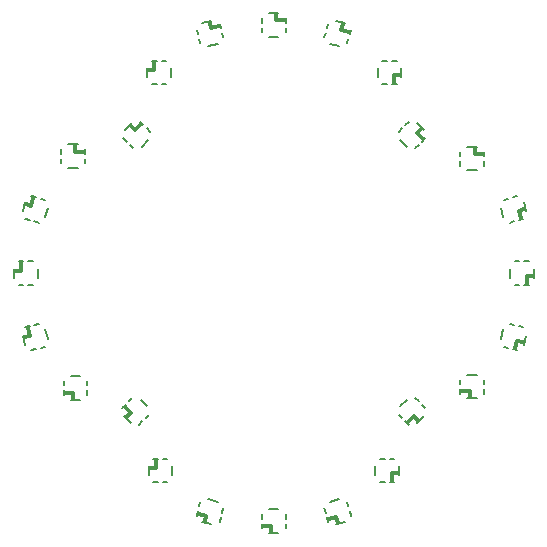
<source format=gbr>
%TF.GenerationSoftware,KiCad,Pcbnew,7.0.6*%
%TF.CreationDate,2023-08-09T16:46:24+09:30*%
%TF.ProjectId,interior-lighting,696e7465-7269-46f7-922d-6c6967687469,V1.0*%
%TF.SameCoordinates,Original*%
%TF.FileFunction,Legend,Top*%
%TF.FilePolarity,Positive*%
%FSLAX46Y46*%
G04 Gerber Fmt 4.6, Leading zero omitted, Abs format (unit mm)*
G04 Created by KiCad (PCBNEW 7.0.6) date 2023-08-09 16:46:24*
%MOMM*%
%LPD*%
G01*
G04 APERTURE LIST*
%ADD10C,0.150000*%
%ADD11C,0.350000*%
G04 APERTURE END LIST*
D10*
%TO.C,U17*%
X84200000Y-109900000D02*
X84200000Y-110300000D01*
X84200000Y-109100000D02*
X84200000Y-109500000D01*
X83600000Y-110700000D02*
X82800000Y-110700000D01*
D11*
X83000000Y-110100000D02*
X83000000Y-110600000D01*
D10*
X82800000Y-108700000D02*
X83600000Y-108700000D01*
D11*
X82300000Y-110100000D02*
X83000000Y-110100000D01*
D10*
X82200000Y-110300000D02*
X82200000Y-109900000D01*
X82200000Y-109500000D02*
X82200000Y-109100000D01*
%TO.C,U4*%
X111134315Y-87451472D02*
X111417157Y-87168629D01*
X110568629Y-88017157D02*
X110851472Y-87734315D01*
X112124264Y-87310051D02*
X112689949Y-87875736D01*
D11*
X112124264Y-88158579D02*
X112477817Y-87805025D01*
D10*
X111275736Y-89289949D02*
X110710051Y-88724264D01*
D11*
X112619239Y-88653553D02*
X112124264Y-88158579D01*
D10*
X112831371Y-88582843D02*
X112548528Y-88865685D01*
X112265685Y-89148528D02*
X111982843Y-89431371D01*
%TO.C,U6*%
X120234366Y-93582310D02*
X120620736Y-93478783D01*
X119461625Y-93789366D02*
X119847996Y-93685838D01*
X121162398Y-93954811D02*
X121369453Y-94727551D01*
D11*
X120738134Y-94689658D02*
X121221097Y-94560248D01*
D10*
X119437602Y-95245189D02*
X119230547Y-94472449D01*
D11*
X120919307Y-95365806D02*
X120738134Y-94689658D01*
D10*
X121138375Y-95410634D02*
X120752004Y-95514162D01*
X120365634Y-95617690D02*
X119979264Y-95721217D01*
%TO.C,U7*%
X121200000Y-99000000D02*
X121600000Y-99000000D01*
X120400000Y-99000000D02*
X120800000Y-99000000D01*
X122000000Y-99600000D02*
X122000000Y-100400000D01*
D11*
X121400000Y-100200000D02*
X121900000Y-100200000D01*
D10*
X120000000Y-100400000D02*
X120000000Y-99600000D01*
D11*
X121400000Y-100900000D02*
X121400000Y-100200000D01*
D10*
X121600000Y-101000000D02*
X121200000Y-101000000D01*
X120800000Y-101000000D02*
X120400000Y-101000000D01*
%TO.C,U22*%
X87551472Y-88865685D02*
X87268629Y-88582843D01*
X88117157Y-89431371D02*
X87834315Y-89148528D01*
X87410051Y-87875736D02*
X87975736Y-87310051D01*
D11*
X88258579Y-87875736D02*
X87905025Y-87522183D01*
D10*
X89389949Y-88724264D02*
X88824264Y-89289949D01*
D11*
X88753553Y-87380761D02*
X88258579Y-87875736D01*
D10*
X88682843Y-87168629D02*
X88965685Y-87451472D01*
X89248528Y-87734315D02*
X89531371Y-88017157D01*
%TO.C,U19*%
X78800000Y-101000000D02*
X78400000Y-101000000D01*
X79600000Y-101000000D02*
X79200000Y-101000000D01*
X78000000Y-100400000D02*
X78000000Y-99600000D01*
D11*
X78600000Y-99800000D02*
X78100000Y-99800000D01*
D10*
X80000000Y-99600000D02*
X80000000Y-100400000D01*
D11*
X78600000Y-99100000D02*
X78600000Y-99800000D01*
D10*
X78400000Y-99000000D02*
X78800000Y-99000000D01*
X79200000Y-99000000D02*
X79600000Y-99000000D01*
%TO.C,U20*%
X79347996Y-95514162D02*
X78961625Y-95410634D01*
X80120736Y-95721217D02*
X79734366Y-95617690D01*
X78730547Y-94727551D02*
X78937602Y-93954811D01*
D11*
X79465393Y-94303287D02*
X78982431Y-94173878D01*
D10*
X80869453Y-94472449D02*
X80662398Y-95245189D01*
D11*
X79646567Y-93627139D02*
X79465393Y-94303287D01*
D10*
X79479264Y-93478783D02*
X79865634Y-93582310D01*
X80252004Y-93685838D02*
X80638375Y-93789366D01*
%TO.C,U1*%
X99000000Y-78800000D02*
X99000000Y-78400000D01*
X99000000Y-79600000D02*
X99000000Y-79200000D01*
X99600000Y-78000000D02*
X100400000Y-78000000D01*
D11*
X100200000Y-78600000D02*
X100200000Y-78100000D01*
D10*
X100400000Y-80000000D02*
X99600000Y-80000000D01*
D11*
X100900000Y-78600000D02*
X100200000Y-78600000D01*
D10*
X101000000Y-78400000D02*
X101000000Y-78800000D01*
X101000000Y-79200000D02*
X101000000Y-79600000D01*
%TO.C,U15*%
X90200000Y-117700000D02*
X89800000Y-117700000D01*
X91000000Y-117700000D02*
X90600000Y-117700000D01*
X89400000Y-117100000D02*
X89400000Y-116300000D01*
D11*
X90000000Y-116500000D02*
X89500000Y-116500000D01*
D10*
X91400000Y-116300000D02*
X91400000Y-117100000D01*
D11*
X90000000Y-115800000D02*
X90000000Y-116500000D01*
D10*
X89800000Y-115700000D02*
X90200000Y-115700000D01*
X90600000Y-115700000D02*
X91000000Y-115700000D01*
%TO.C,U18*%
X79734366Y-104382310D02*
X80120736Y-104278783D01*
X78961625Y-104589366D02*
X79347996Y-104485838D01*
D11*
X79180693Y-104634194D02*
X79361866Y-105310342D01*
D10*
X80662398Y-104754811D02*
X80869453Y-105527551D01*
D11*
X79361866Y-105310342D02*
X78878903Y-105439752D01*
D10*
X78937602Y-106045189D02*
X78730547Y-105272449D01*
X80638375Y-106210634D02*
X80252004Y-106314162D01*
X79865634Y-106417690D02*
X79479264Y-106521217D01*
%TO.C,U10*%
X112548528Y-111134315D02*
X112831371Y-111417157D01*
X111982843Y-110568629D02*
X112265685Y-110851472D01*
X112689949Y-112124264D02*
X112124264Y-112689949D01*
D11*
X111841421Y-112124264D02*
X112194975Y-112477817D01*
D10*
X110710051Y-111275736D02*
X111275736Y-110710051D01*
D11*
X111346447Y-112619239D02*
X111841421Y-112124264D01*
D10*
X111417157Y-112831371D02*
X111134315Y-112548528D01*
X110851472Y-112265685D02*
X110568629Y-111982843D01*
%TO.C,U13*%
X101000000Y-121200000D02*
X101000000Y-121600000D01*
X101000000Y-120400000D02*
X101000000Y-120800000D01*
X100400000Y-122000000D02*
X99600000Y-122000000D01*
D11*
X99800000Y-121400000D02*
X99800000Y-121900000D01*
D10*
X99600000Y-120000000D02*
X100400000Y-120000000D01*
D11*
X99100000Y-121400000D02*
X99800000Y-121400000D01*
D10*
X99000000Y-121600000D02*
X99000000Y-121200000D01*
X99000000Y-120800000D02*
X99000000Y-120400000D01*
%TO.C,U8*%
X120752004Y-104485838D02*
X121138375Y-104589366D01*
X119979264Y-104278783D02*
X120365634Y-104382310D01*
X121369453Y-105272449D02*
X121162398Y-106045189D01*
D11*
X120634607Y-105696713D02*
X121117569Y-105826122D01*
D10*
X119230547Y-105527551D02*
X119437602Y-104754811D01*
D11*
X120453433Y-106372861D02*
X120634607Y-105696713D01*
D10*
X120620736Y-106521217D02*
X120234366Y-106417690D01*
X119847996Y-106314162D02*
X119461625Y-106210634D01*
%TO.C,U3*%
X110000000Y-82000000D02*
X110400000Y-82000000D01*
X109200000Y-82000000D02*
X109600000Y-82000000D01*
X110800000Y-82600000D02*
X110800000Y-83400000D01*
D11*
X110200000Y-83200000D02*
X110700000Y-83200000D01*
D10*
X108800000Y-83400000D02*
X108800000Y-82600000D01*
D11*
X110200000Y-83900000D02*
X110200000Y-83200000D01*
D10*
X110400000Y-84000000D02*
X110000000Y-84000000D01*
X109600000Y-84000000D02*
X109200000Y-84000000D01*
%TO.C,U21*%
X82000000Y-89900000D02*
X82000000Y-89500000D01*
X82000000Y-90700000D02*
X82000000Y-90300000D01*
X82600000Y-89100000D02*
X83400000Y-89100000D01*
D11*
X83200000Y-89700000D02*
X83200000Y-89200000D01*
D10*
X83400000Y-91100000D02*
X82600000Y-91100000D01*
D11*
X83900000Y-89700000D02*
X83200000Y-89700000D01*
D10*
X84000000Y-89500000D02*
X84000000Y-89900000D01*
X84000000Y-90300000D02*
X84000000Y-90700000D01*
%TO.C,U2*%
X104485838Y-79247996D02*
X104589366Y-78861625D01*
X104278783Y-80020736D02*
X104382310Y-79634366D01*
X105272449Y-78630547D02*
X106045189Y-78837602D01*
D11*
X105696713Y-79365393D02*
X105826122Y-78882431D01*
D10*
X105527551Y-80769453D02*
X104754811Y-80562398D01*
D11*
X106372861Y-79546567D02*
X105696713Y-79365393D01*
D10*
X106521217Y-79379264D02*
X106417690Y-79765634D01*
X106314162Y-80152004D02*
X106210634Y-80538375D01*
%TO.C,U12*%
X106417690Y-120134366D02*
X106521217Y-120520736D01*
X106210634Y-119361625D02*
X106314162Y-119747996D01*
X106045189Y-121062398D02*
X105272449Y-121269453D01*
D11*
X105310342Y-120638134D02*
X105439752Y-121121097D01*
D10*
X104754811Y-119337602D02*
X105527551Y-119130547D01*
D11*
X104634194Y-120819307D02*
X105310342Y-120638134D01*
D10*
X104589366Y-121038375D02*
X104485838Y-120652004D01*
X104382310Y-120265634D02*
X104278783Y-119879264D01*
%TO.C,U14*%
X95514162Y-120652004D02*
X95410634Y-121038375D01*
X95721217Y-119879264D02*
X95617690Y-120265634D01*
X94727551Y-121269453D02*
X93954811Y-121062398D01*
D11*
X94303287Y-120534607D02*
X94173878Y-121017569D01*
D10*
X94472449Y-119130547D02*
X95245189Y-119337602D01*
D11*
X93627139Y-120353433D02*
X94303287Y-120534607D01*
D10*
X93478783Y-120520736D02*
X93582310Y-120134366D01*
X93685838Y-119747996D02*
X93789366Y-119361625D01*
%TO.C,U16*%
X88865685Y-112548528D02*
X88582843Y-112831371D01*
X89431371Y-111982843D02*
X89148528Y-112265685D01*
X87875736Y-112689949D02*
X87310051Y-112124264D01*
D11*
X87875736Y-111841421D02*
X87522183Y-112194975D01*
D10*
X88724264Y-110710051D02*
X89289949Y-111275736D01*
D11*
X87380761Y-111346447D02*
X87875736Y-111841421D01*
D10*
X87168629Y-111417157D02*
X87451472Y-111134315D01*
X87734315Y-110851472D02*
X88017157Y-110568629D01*
%TO.C,U23*%
X90100000Y-84000000D02*
X89700000Y-84000000D01*
X90900000Y-84000000D02*
X90500000Y-84000000D01*
X89300000Y-83400000D02*
X89300000Y-82600000D01*
D11*
X89900000Y-82800000D02*
X89400000Y-82800000D01*
D10*
X91300000Y-82600000D02*
X91300000Y-83400000D01*
D11*
X89900000Y-82100000D02*
X89900000Y-82800000D01*
D10*
X89700000Y-82000000D02*
X90100000Y-82000000D01*
X90500000Y-82000000D02*
X90900000Y-82000000D01*
%TO.C,U11*%
X109800000Y-115700000D02*
X110200000Y-115700000D01*
X109000000Y-115700000D02*
X109400000Y-115700000D01*
X110600000Y-116300000D02*
X110600000Y-117100000D01*
D11*
X110000000Y-116900000D02*
X110500000Y-116900000D01*
D10*
X108600000Y-117100000D02*
X108600000Y-116300000D01*
D11*
X110000000Y-117600000D02*
X110000000Y-116900000D01*
D10*
X110200000Y-117700000D02*
X109800000Y-117700000D01*
X109400000Y-117700000D02*
X109000000Y-117700000D01*
%TO.C,U9*%
X117800000Y-109800000D02*
X117800000Y-110200000D01*
X117800000Y-109000000D02*
X117800000Y-109400000D01*
X117200000Y-110600000D02*
X116400000Y-110600000D01*
D11*
X116600000Y-110000000D02*
X116600000Y-110500000D01*
D10*
X116400000Y-108600000D02*
X117200000Y-108600000D01*
D11*
X115900000Y-110000000D02*
X116600000Y-110000000D01*
D10*
X115800000Y-110200000D02*
X115800000Y-109800000D01*
X115800000Y-109400000D02*
X115800000Y-109000000D01*
%TO.C,U24*%
X93582310Y-79765634D02*
X93478783Y-79379264D01*
X93789366Y-80538375D02*
X93685838Y-80152004D01*
X93954811Y-78837602D02*
X94727551Y-78630547D01*
D11*
X94689658Y-79261866D02*
X94560248Y-78778903D01*
D10*
X95245189Y-80562398D02*
X94472449Y-80769453D01*
D11*
X95365806Y-79080693D02*
X94689658Y-79261866D01*
D10*
X95410634Y-78861625D02*
X95514162Y-79247996D01*
X95617690Y-79634366D02*
X95721217Y-80020736D01*
%TO.C,U5*%
X115800000Y-90100000D02*
X115800000Y-89700000D01*
X115800000Y-90900000D02*
X115800000Y-90500000D01*
X116400000Y-89300000D02*
X117200000Y-89300000D01*
D11*
X117000000Y-89900000D02*
X117000000Y-89400000D01*
D10*
X117200000Y-91300000D02*
X116400000Y-91300000D01*
D11*
X117700000Y-89900000D02*
X117000000Y-89900000D01*
D10*
X117800000Y-89700000D02*
X117800000Y-90100000D01*
X117800000Y-90500000D02*
X117800000Y-90900000D01*
%TD*%
M02*

</source>
